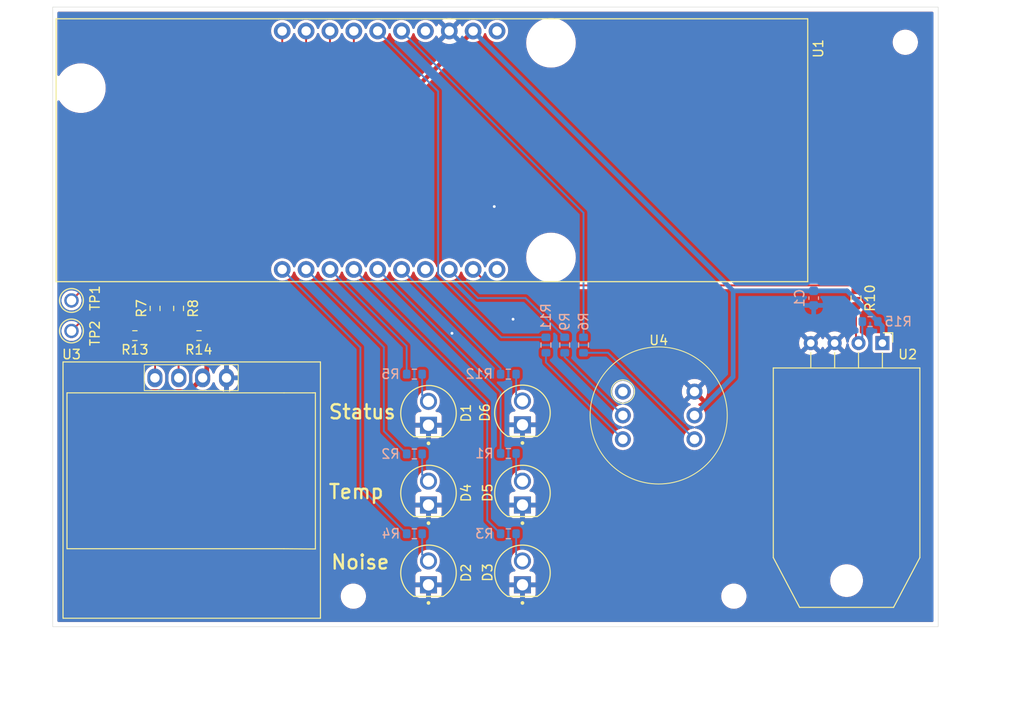
<source format=kicad_pcb>
(kicad_pcb (version 20241229) (generator "pcbnew") (generator_version "9.0")
  (layers (0 "F.Cu" signal) (2 "B.Cu" signal) (13 "F.Paste" user) (15 "B.Paste" user) (5 "F.SilkS" user "F.Silkscreen") (7 "B.SilkS" user "B.Silkscreen") (1 "F.Mask" user) (3 "B.Mask" user) (25 "Edge.Cuts" user))
  (net 0 "")
  (net 1 "+3.3V")
  (net 2 "GND")
  (net 3 "Net-(D1-PadA)")
  (net 4 "Net-(U1-GPIO2)")
  (net 5 "Net-(U1-GPIO3)")
  (net 6 "Net-(U1-GPIO4)")
  (net 7 "Net-(U1-GPIO5)")
  (net 8 "Net-(U2-SDA)")
  (net 9 "Net-(U1-GPIO13)")
  (net 10 "Net-(U3-SDA)")
  (net 11 "Net-(U1-GPIO14)")
  (net 12 "Net-(U3-SCL)")
  (net 13 "Net-(U1-GPIO15)")
  (net 14 "Net-(U1-GPIO16)")
  (net 15 "Net-(U1-GPIO32)")
  (net 16 "Net-(U1-GPIO33)")
  (net 21 "Net-(D4-PadA)")
  (net 22 "Net-(D2-PadA)")
  (net 23 "Net-(D3-PadA)")
  (net 25 "Net-(U1-GPI36)")
  (net 26 "Net-(U1-GPI35)")
  (net 27 "Net-(U4-SCK)")
  (net 28 "Net-(U4-SO)")
  (net 29 "Net-(D5-PadA)")
  (net 30 "Net-(D6-PadA)")
  (net 31 "Net-(U4-SW)")
  (net 32 "Net-(U1-GPIO0)")
  (net 33 "Net-(U1-GPIO1)")
  (footprint "Custom_Parts:5002" (layer "F.Cu") (at 77 81 -90)
    (property "Reference" "TP2" (at 0.25 -2.5 90) (layer "F.SilkS"))
    (property "Value" "5002" (hide yes))
    (fp_circle (center 0 0) (end 1.27 0) (stroke (width 0.127)) (fill no) (layer "F.SilkS"))
    (pad "TP" thru_hole circle (at 0 0 270) (size 1.53 1.53) (drill 1.02) (layers "*.Cu" "*.Mask") (net 6 "Net-(U1-GPIO4)"))
  )
  (footprint "Custom_Parts:Standard_LED_Throughhole" (layer "F.Cu") (at 125 106.77 90)
    (property "Reference" "D3" (at 0.04 -3.708 90) (layer "F.SilkS"))
    (property "Value" "LED" (hide yes))
    (fp_line (start -2.5 -1.566) (end -2.5 1.566) (stroke (width 0.127)) (layer "F.SilkS"))
    (fp_arc (start -2.5 -1.566) (mid 2.961291 0) (end -2.5 1.566) (stroke (width 0.127)) (layer "F.SilkS"))
    (fp_circle (center -3.2 0) (end -3.1 0) (stroke (width 0.2)) (fill no) (layer "F.SilkS"))
    (pad "A" thru_hole circle (at 1.27 0 90) (size 1.815 1.815) (drill 1.21) (layers "*.Cu" "*.Mask") (net 23 "Net-(D3-PadA)"))
    (pad "C" thru_hole rect (at -1.27 0 90) (size 1.815 1.815) (drill 1.21) (layers "*.Cu" "*.Mask") (net 2 "GND"))
  )
  (footprint "Custom_Parts:INMP441" (layer "F.Cu") (at 139.5 90)
    (property "Reference" "U4" (at 0 -8 0) (layer "F.SilkS"))
    (property "Value" "INMP441" (hide yes))
    (fp_circle (center -3.81 -2.54) (end -2.5654 -2.54) (stroke (width 0.1)) (fill no) (layer "F.SilkS"))
    (fp_circle (center 0 0) (end 7.3 0) (stroke (width 0.1)) (fill no) (layer "F.SilkS"))
    (pad "1" thru_hole circle (at -3.81 -2.54) (size 1.7 1.7) (drill 1) (layers "*.Cu" "*.Mask"))
    (pad "2" thru_hole circle (at 3.81 -2.54) (size 1.7 1.7) (drill 1) (layers "*.Cu" "*.Mask") (net 2 "GND"))
    (pad "3" thru_hole circle (at -3.81 0) (size 1.7 1.7) (drill 1) (layers "*.Cu" "*.Mask") (net 31 "Net-(U4-SW)"))
    (pad "4" thru_hole circle (at 3.81 0) (size 1.7 1.7) (drill 1) (layers "*.Cu" "*.Mask") (net 1 "+3.3V"))
    (pad "5" thru_hole circle (at -3.81 2.54) (size 1.7 1.7) (drill 1) (layers "*.Cu" "*.Mask") (net 27 "Net-(U4-SCK)"))
    (pad "6" thru_hole circle (at 3.81 2.54) (size 1.7 1.7) (drill 1) (layers "*.Cu" "*.Mask") (net 28 "Net-(U4-SO)"))
  )
  (footprint "MountingHole:MountingHole_2.2mm_M2" (layer "F.Cu") (at 165.75 50.25)
    (property "Reference" "H3" (hide yes))
    (property "Value" "MountingHole" (hide yes))
    (pad "" np_thru_hole circle (at 0 0) (size 2.2 2.2) (drill 2.2) (layers "*.Cu" "*.Mask"))
  )
  (footprint "Resistor_SMD:R_0603_1608Metric" (layer "F.Cu") (at 90.575 81.5)
    (property "Reference" "R14" (at -0.025 1.5 0) (layer "F.SilkS"))
    (property "Value" "0R" (hide yes))
    (fp_line (start -0.237258 -0.5225) (end 0.237258 -0.5225) (stroke (width 0.12)) (layer "F.SilkS"))
    (fp_line (start -0.237258 0.5225) (end 0.237258 0.5225) (stroke (width 0.12)) (layer "F.SilkS"))
    (pad "1" smd roundrect (at -0.825 0) (size 0.8 0.95) (layers "F.Cu" "F.Mask" "F.Paste") (net 10 "Net-(U3-SDA)"))
    (pad "2" smd roundrect (at 0.825 0) (size 0.8 0.95) (layers "F.Cu" "F.Mask" "F.Paste") (net 1 "+3.3V"))
  )
  (footprint "MountingHole:MountingHole_2.2mm_M2" (layer "F.Cu") (at 147.5 109.25)
    (property "Reference" "H2" (hide yes))
    (property "Value" "MountingHole" (hide yes))
    (pad "" np_thru_hole circle (at 0 0) (size 2.2 2.2) (drill 2.2) (layers "*.Cu" "*.Mask"))
  )
  (footprint "MountingHole:MountingHole_2.2mm_M2" (layer "F.Cu") (at 107 109.25)
    (property "Reference" "H1" (hide yes))
    (property "Value" "MountingHole" (hide yes))
    (pad "" np_thru_hole circle (at 0 0) (size 2.2 2.2) (drill 2.2) (layers "*.Cu" "*.Mask"))
  )
  (footprint "Custom_Parts:5002" (layer "F.Cu") (at 77 77.75 -90)
    (property "Reference" "TP1" (at -0.25 -2.5 90) (layer "F.SilkS"))
    (property "Value" "5002" (hide yes))
    (fp_circle (center 0 0) (end 1.27 0) (stroke (width 0.127)) (fill no) (layer "F.SilkS"))
    (pad "TP" thru_hole circle (at 0 0 270) (size 1.53 1.53) (drill 1.02) (layers "*.Cu" "*.Mask") (net 7 "Net-(U1-GPIO5)"))
  )
  (footprint "Custom_Parts:ESP32-POE" (layer "F.Cu") (at 115.363 61.75 -90)
    (property "Reference" "U1" (at -10.825 -41.135 90) (layer "F.SilkS"))
    (property "Value" "MODULE_ESP32-POE")
    (fp_line (start -14 40) (end 14 40) (stroke (width 0.127)) (layer "F.SilkS"))
    (fp_line (start 14 40) (end 14 -40) (stroke (width 0.127)) (layer "F.SilkS"))
    (fp_line (start -14 -40) (end -14 40) (stroke (width 0.127)) (layer "F.SilkS"))
    (fp_line (start 14 -40) (end -14 -40) (stroke (width 0.127)) (layer "F.SilkS"))
    (pad "" np_thru_hole circle (at -11.44 -12.675 270) (size 2.2 2.2) (drill 2.2) (layers "*.Cu" "*.Mask"))
    (pad "" np_thru_hole circle (at -6.614 37.363 270) (size 2.2 2.2) (drill 2.2) (layers "*.Cu" "*.Mask"))
    (pad "" np_thru_hole circle (at 11.42 -12.675 270) (size 2.2 2.2) (drill 2.2) (layers "*.Cu" "*.Mask"))
    (pad "EXT1_1" thru_hole circle (at -12.7 -6.93 270) (size 1.778 1.778) (drill 1) (layers "*.Cu" "*.Mask"))
    (pad "EXT1_2" thru_hole circle (at -12.7 -4.39 270) (size 1.778 1.778) (drill 1) (layers "*.Cu" "*.Mask") (net 1 "+3.3V"))
    (pad "EXT1_3" thru_hole circle (at -12.7 -1.85 270) (size 1.778 1.778) (drill 1) (layers "*.Cu" "*.Mask") (net 2 "GND"))
    (pad "EXT1_4" thru_hole circle (at -12.7 0.69 270) (size 1.778 1.778) (drill 1) (layers "*.Cu" "*.Mask"))
    (pad "EXT1_5" thru_hole circle (at -12.7 3.23 270) (size 1.778 1.778) (drill 1) (layers "*.Cu" "*.Mask") (net 32 "Net-(U1-GPIO0)"))
    (pad "EXT1_6" thru_hole circle (at -12.7 5.77 270) (size 1.778 1.778) (drill 1) (layers "*.Cu" "*.Mask") (net 33 "Net-(U1-GPIO1)"))
    (pad "EXT1_7" thru_hole circle (at -12.7 8.31 270) (size 1.778 1.778) (drill 1) (layers "*.Cu" "*.Mask") (net 4 "Net-(U1-GPIO2)"))
    (pad "EXT1_8" thru_hole circle (at -12.7 10.85 270) (size 1.778 1.778) (drill 1) (layers "*.Cu" "*.Mask") (net 5 "Net-(U1-GPIO3)"))
    (pad "EXT1_9" thru_hole circle (at -12.7 13.39 270) (size 1.778 1.778) (drill 1) (layers "*.Cu" "*.Mask") (net 6 "Net-(U1-GPIO4)"))
    (pad "EXT1_10" thru_hole circle (at -12.7 15.93 270) (size 1.778 1.778) (drill 1) (layers "*.Cu" "*.Mask") (net 7 "Net-(U1-GPIO5)"))
    (pad "EXT2_1" thru_hole circle (at 12.7 -6.93 270) (size 1.778 1.778) (drill 1) (layers "*.Cu" "*.Mask"))
    (pad "EXT2_2" thru_hole circle (at 12.7 -4.39 270) (size 1.778 1.778) (drill 1) (layers "*.Cu" "*.Mask") (net 25 "Net-(U1-GPI36)"))
    (pad "EXT2_3" thru_hole circle (at 12.7 -1.85 270) (size 1.778 1.778) (drill 1) (layers "*.Cu" "*.Mask") (net 26 "Net-(U1-GPI35)"))
    (pad "EXT2_4" thru_hole circle (at 12.7 0.69 270) (size 1.778 1.778) (drill 1) (layers "*.Cu" "*.Mask"))
    (pad "EXT2_5" thru_hole circle (at 12.7 3.23 270) (size 1.778 1.778) (drill 1) (layers "*.Cu" "*.Mask") (net 16 "Net-(U1-GPIO33)"))
    (pad "EXT2_6" thru_hole circle (at 12.7 5.77 270) (size 1.778 1.778) (drill 1) (layers "*.Cu" "*.Mask") (net 15 "Net-(U1-GPIO32)"))
    (pad "EXT2_7" thru_hole circle (at 12.7 8.31 270) (size 1.778 1.778) (drill 1) (layers "*.Cu" "*.Mask") (net 14 "Net-(U1-GPIO16)"))
    (pad "EXT2_8" thru_hole circle (at 12.7 10.85 270) (size 1.778 1.778) (drill 1) (layers "*.Cu" "*.Mask") (net 13 "Net-(U1-GPIO15)"))
    (pad "EXT2_9" thru_hole circle (at 12.7 13.39 270) (size 1.778 1.778) (drill 1) (layers "*.Cu" "*.Mask") (net 11 "Net-(U1-GPIO14)"))
    (pad "EXT2_10" thru_hole circle (at 12.7 15.93 270) (size 1.778 1.778) (drill 1) (layers "*.Cu" "*.Mask") (net 9 "Net-(U1-GPIO13)"))
    (zone (net 0) (net_name "") (layer "F.Cu") (connect_pads (clearance 0)) (min_thickness 2.65)
      (keepout (tracks not_allowed) (vias not_allowed) (pads not_allowed) (copperpour not_allowed) (footprints allowed))
      (fill (thermal_gap 0.508) (thermal_bridge_width 0.508))
      (polygon (pts (xy 78 57.786) (xy 77.740255 57.77324) (xy 77.483011 57.735081) (xy 77.230746 57.671892) (xy 76.985889 57.584281) (xy 76.750799 57.473091) (xy 76.527739 57.339394) (xy 76.318858 57.184478) (xy 76.126167 57.009833) (xy 75.951522 56.817142) (xy 75.796606 56.608261) (xy 75.662909 56.385201) (xy 75.551719 56.150111) (xy 75.464108 55.905254) (xy 75.400919 55.652989) (xy 75.36276 55.395745) (xy 75.35 55.136) (xy 75.36276 54.876255) (xy 75.400919 54.619011) (xy 75.464108 54.366746) (xy 75.551719 54.121889) (xy 75.662909 53.886799) (xy 75.796606 53.663739) (xy 75.951522 53.454858) (xy 76.126167 53.262167) (xy 76.318858 53.087522) (xy 76.527739 52.932606) (xy 76.750799 52.798909) (xy 76.985889 52.687719) (xy 77.230746 52.600108) (xy 77.483011 52.536919) (xy 77.740255 52.49876) (xy 78 52.486) (xy 78.259745 52.49876) (xy 78.516989 52.536919) (xy 78.769254 52.600108) (xy 79.014111 52.687719) (xy 79.249201 52.798909) (xy 79.472261 52.932606) (xy 79.681142 53.087522) (xy 79.873833 53.262167) (xy 80.048478 53.454858) (xy 80.203394 53.663739) (xy 80.337091 53.886799) (xy 80.448281 54.121889) (xy 80.535892 54.366746) (xy 80.599081 54.619011) (xy 80.63724 54.876255) (xy 80.65 55.136) (xy 80.63724 55.395745) (xy 80.599081 55.652989) (xy 80.535892 55.905254) (xy 80.448281 56.150111) (xy 80.337091 56.385201) (xy 80.203394 56.608261) (xy 80.048478 56.817142) (xy 79.873833 57.009833) (xy 79.681142 57.184478) (xy 79.472261 57.339394) (xy 79.249201 57.473091) (xy 79.014111 57.584281) (xy 78.769254 57.671892) (xy 78.516989 57.735081) (xy 78.259745 57.77324)))
    )
    (zone (net 0) (net_name "") (layer "F.Cu") (connect_pads (clearance 0)) (min_thickness 2.65)
      (keepout (tracks not_allowed) (vias not_allowed) (pads not_allowed) (copperpour not_allowed) (footprints allowed))
      (fill (thermal_gap 0.508) (thermal_bridge_width 0.508))
      (polygon (pts (xy 128.038 52.96) (xy 127.778255 52.94724) (xy 127.521011 52.909081) (xy 127.268746 52.845892) (xy 127.023889 52.758281) (xy 126.788799 52.647091) (xy 126.565739 52.513394) (xy 126.356858 52.358478) (xy 126.164167 52.183833) (xy 125.989522 51.991142) (xy 125.834606 51.782261) (xy 125.700909 51.559201) (xy 125.589719 51.324111) (xy 125.502108 51.079254) (xy 125.438919 50.826989) (xy 125.40076 50.569745) (xy 125.388 50.31) (xy 125.40076 50.050255) (xy 125.438919 49.793011) (xy 125.502108 49.540746) (xy 125.589719 49.295889) (xy 125.700909 49.060799) (xy 125.834606 48.837739) (xy 125.989522 48.628858) (xy 126.164167 48.436167) (xy 126.356858 48.261522) (xy 126.565739 48.106606) (xy 126.788799 47.972909) (xy 127.023889 47.861719) (xy 127.268746 47.774108) (xy 127.521011 47.710919) (xy 127.778255 47.67276) (xy 128.038 47.66) (xy 128.297745 47.67276) (xy 128.554989 47.710919) (xy 128.807254 47.774108) (xy 129.052111 47.861719) (xy 129.287201 47.972909) (xy 129.510261 48.106606) (xy 129.719142 48.261522) (xy 129.911833 48.436167) (xy 130.086478 48.628858) (xy 130.241394 48.837739) (xy 130.375091 49.060799) (xy 130.486281 49.295889) (xy 130.573892 49.540746) (xy 130.637081 49.793011) (xy 130.67524 50.050255) (xy 130.688 50.31) (xy 130.67524 50.569745) (xy 130.637081 50.826989) (xy 130.573892 51.079254) (xy 130.486281 51.324111) (xy 130.375091 51.559201) (xy 130.241394 51.782261) (xy 130.086478 51.991142) (xy 129.911833 52.183833) (xy 129.719142 52.358478) (xy 129.510261 52.513394) (xy 129.287201 52.647091) (xy 129.052111 52.758281) (xy 128.807254 52.845892) (xy 128.554989 52.909081) (xy 128.297745 52.94724)))
    )
    (zone (net 0) (net_name "") (layer "F.Cu") (connect_pads (clearance 0)) (min_thickness 2.65)
      (keepout (tracks not_allowed) (vias not_allowed) (pads not_allowed) (copperpour not_allowed) (footprints allowed))
      (fill (thermal_gap 0.508) (thermal_bridge_width 0.508))
      (polygon (pts (xy 128.038 75.82) (xy 127.778255 75.80724) (xy 127.521011 75.769081) (xy 127.268746 75.705892) (xy 127.023889 75.618281) (xy 126.788799 75.507091) (xy 126.565739 75.373394) (xy 126.356858 75.218478) (xy 126.164167 75.043833) (xy 125.989522 74.851142) (xy 125.834606 74.642261) (xy 125.700909 74.419201) (xy 125.589719 74.184111) (xy 125.502108 73.939254) (xy 125.438919 73.686989) (xy 125.40076 73.429745) (xy 125.388 73.17) (xy 125.40076 72.910255) (xy 125.438919 72.653011) (xy 125.502108 72.400746) (xy 125.589719 72.155889) (xy 125.700909 71.920799) (xy 125.834606 71.697739) (xy 125.989522 71.488858) (xy 126.164167 71.296167) (xy 126.356858 71.121522) (xy 126.565739 70.966606) (xy 126.788799 70.832909) (xy 127.023889 70.721719) (xy 127.268746 70.634108) (xy 127.521011 70.570919) (xy 127.778255 70.53276) (xy 128.038 70.52) (xy 128.297745 70.53276) (xy 128.554989 70.570919) (xy 128.807254 70.634108) (xy 129.052111 70.721719) (xy 129.287201 70.832909) (xy 129.510261 70.966606) (xy 129.719142 71.121522) (xy 129.911833 71.296167) (xy 130.086478 71.488858) (xy 130.241394 71.697739) (xy 130.375091 71.920799) (xy 130.486281 72.155889) (xy 130.573892 72.400746) (xy 130.637081 72.653011) (xy 130.67524 72.910255) (xy 130.688 73.17) (xy 130.67524 73.429745) (xy 130.637081 73.686989) (xy 130.573892 73.939254) (xy 130.486281 74.184111) (xy 130.375091 74.419201) (xy 130.241394 74.642261) (xy 130.086478 74.851142) (xy 129.911833 75.043833) (xy 129.719142 75.218478) (xy 129.510261 75.373394) (xy 129.287201 75.507091) (xy 129.052111 75.618281) (xy 128.807254 75.705892) (xy 128.554989 75.769081) (xy 128.297745 75.80724)))
    )
    (zone (net 0) (net_name "") (layer "B.Cu") (connect_pads (clearance 0)) (min_thickness 2.65)
      (keepout (tracks not_allowed) (vias not_allowed) (pads not_allowed) (copperpour not_allowed) (footprints allowed))
      (fill (thermal_gap 0.508) (thermal_bridge_width 0.508))
      (polygon (pts (xy 78 57.786) (xy 77.740255 57.77324) (xy 77.483011 57.735081) (xy 77.230746 57.671892) (xy 76.985889 57.584281) (xy 76.750799 57.473091) (xy 76.527739 57.339394) (xy 76.318858 57.184478) (xy 76.126167 57.009833) (xy 75.951522 56.817142) (xy 75.796606 56.608261) (xy 75.662909 56.385201) (xy 75.551719 56.150111) (xy 75.464108 55.905254) (xy 75.400919 55.652989) (xy 75.36276 55.395745) (xy 75.35 55.136) (xy 75.36276 54.876255) (xy 75.400919 54.619011) (xy 75.464108 54.366746) (xy 75.551719 54.121889) (xy 75.662909 53.886799) (xy 75.796606 53.663739) (xy 75.951522 53.454858) (xy 76.126167 53.262167) (xy 76.318858 53.087522) (xy 76.527739 52.932606) (xy 76.750799 52.798909) (xy 76.985889 52.687719) (xy 77.230746 52.600108) (xy 77.483011 52.536919) (xy 77.740255 52.49876) (xy 78 52.486) (xy 78.259745 52.49876) (xy 78.516989 52.536919) (xy 78.769254 52.600108) (xy 79.014111 52.687719) (xy 79.249201 52.798909) (xy 79.472261 52.932606) (xy 79.681142 53.087522) (xy 79.873833 53.262167) (xy 80.048478 53.454858) (xy 80.203394 53.663739) (xy 80.337091 53.886799) (xy 80.448281 54.121889) (xy 80.535892 54.366746) (xy 80.599081 54.619011) (xy 80.63724 54.876255) (xy 80.65 55.136) (xy 80.63724 55.395745) (xy 80.599081 55.652989) (xy 80.535892 55.905254) (xy 80.448281 56.150111) (xy 80.337091 56.385201) (xy 80.203394 56.608261) (xy 80.048478 56.817142) (xy 79.873833 57.009833) (xy 79.681142 57.184478) (xy 79.472261 57.339394) (xy 79.249201 57.473091) (xy 79.014111 57.584281) (xy 78.769254 57.671892) (xy 78.516989 57.735081) (xy 78.259745 57.77324)))
    )
    (zone (net 0) (net_name "") (layer "B.Cu") (connect_pads (clearance 0)) (min_thickness 2.65)
      (keepout (tracks not_allowed) (vias not_allowed) (pads not_allowed) (copperpour not_allowed) (footprints allowed))
      (fill (thermal_gap 0.508) (thermal_bridge_width 0.508))
      (polygon (pts (xy 128.038 52.96) (xy 127.778255 52.94724) (xy 127.521011 52.909081) (xy 127.268746 52.845892) (xy 127.023889 52.758281) (xy 126.788799 52.647091) (xy 126.565739 52.513394) (xy 126.356858 52.358478) (xy 126.164167 52.183833) (xy 125.989522 51.991142) (xy 125.834606 51.782261) (xy 125.700909 51.559201) (xy 125.589719 51.324111) (xy 125.502108 51.079254) (xy 125.438919 50.826989) (xy 125.40076 50.569745) (xy 125.388 50.31) (xy 125.40076 50.050255) (xy 125.438919 49.793011) (xy 125.502108 49.540746) (xy 125.589719 49.295889) (xy 125.700909 49.060799) (xy 125.834606 48.837739) (xy 125.989522 48.628858) (xy 126.164167 48.436167) (xy 126.356858 48.261522) (xy 126.565739 48.106606) (xy 126.788799 47.972909) (xy 127.023889 47.861719) (xy 127.268746 47.774108) (xy 127.521011 47.710919) (xy 127.778255 47.67276) (xy 128.038 47.66) (xy 128.297745 47.67276) (xy 128.554989 47.710919) (xy 128.807254 47.774108) (xy 129.052111 47.861719) (xy 129.287201 47.972909) (xy 129.510261 48.106606) (xy 129.719142 48.261522) (xy 129.911833 48.436167) (xy 130.086478 48.628858) (xy 130.241394 48.837739) (xy 130.375091 49.060799) (xy 130.486281 49.295889) (xy 130.573892 49.540746) (xy 130.637081 49.793011) (xy 130.67524 50.050255) (xy 130.688 50.31) (xy 130.67524 50.569745) (xy 130.637081 50.826989) (xy 130.573892 51.079254) (xy 130.486281 51.324111) (xy 130.375091 51.559201) (xy 130.241394 51.782261) (xy 130.086478 51.991142) (xy 129.911833 52.183833) (xy 129.719142 52.358478) (xy 129.510261 52.513394) (xy 129.287201 52.647091) (xy 129.052111 52.758281) (xy 128.807254 52.845892) (xy 128.554989 52.909081) (xy 128.297745 52.94724)))
    )
    (zone (net 0) (net_name "") (layer "B.Cu") (connect_pads (clearance 0)) (min_thickness 2.65)
      (keepout (tracks not_allowed) (vias not_allowed) (pads not_allowed) (copperpour not_allowed) (footprints allowed))
      (fill (thermal_gap 0.508) (thermal_bridge_width 0.508))
      (polygon (pts (xy 128.038 75.82) (xy 127.778255 75.80724) (xy 127.521011 75.769081) (xy 127.268746 75.705892) (xy 127.023889 75.618281) (xy 126.788799 75.507091) (xy 126.565739 75.373394) (xy 126.356858 75.218478) (xy 126.164167 75.043833) (xy 125.989522 74.851142) (xy 125.834606 74.642261) (xy 125.700909 74.419201) (xy 125.589719 74.184111) (xy 125.502108 73.939254) (xy 125.438919 73.686989) (xy 125.40076 73.429745) (xy 125.388 73.17) (xy 125.40076 72.910255) (xy 125.438919 72.653011) (xy 125.502108 72.400746) (xy 125.589719 72.155889) (xy 125.700909 71.920799) (xy 125.834606 71.697739) (xy 125.989522 71.488858) (xy 126.164167 71.296167) (xy 126.356858 71.121522) (xy 126.565739 70.966606) (xy 126.788799 70.832909) (xy 127.023889 70.721719) (xy 127.268746 70.634108) (xy 127.521011 70.570919) (xy 127.778255 70.53276) (xy 128.038 70.52) (xy 128.297745 70.53276) (xy 128.554989 70.570919) (xy 128.807254 70.634108) (xy 129.052111 70.721719) (xy 129.287201 70.832909) (xy 129.510261 70.966606) (xy 129.719142 71.121522) (xy 129.911833 71.296167) (xy 130.086478 71.488858) (xy 130.241394 71.697739) (xy 130.375091 71.920799) (xy 130.486281 72.155889) (xy 130.573892 72.400746) (xy 130.637081 72.653011) (xy 130.67524 72.910255) (xy 130.688 73.17) (xy 130.67524 73.429745) (xy 130.637081 73.686989) (xy 130.573892 73.939254) (xy 130.486281 74.184111) (xy 130.375091 74.419201) (xy 130.241394 74.642261) (xy 130.086478 74.851142) (xy 129.911833 75.043833) (xy 129.719142 75.218478) (xy 129.510261 75.373394) (xy 129.287201 75.507091) (xy 129.052111 75.618281) (xy 128.807254 75.705892) (xy 128.554989 75.769081) (xy 128.297745 75.80724)))
    )
  )
  (footprint "Custom_Parts:Standard_LED_Throughhole" (layer "F.Cu") (at 115 89.77 90)
    (property "Reference" "D1" (at 0.02 4 90) (layer "F.SilkS"))
    (property "Value" "LED" (hide yes))
    (fp_line (start -2.5 -1.566) (end -2.5 1.566) (stroke (width 0.127)) (layer "F.SilkS"))
    (fp_arc (start -2.5 -1.566) (mid 2.961291 0) (end -2.5 1.566) (stroke (width 0.127)) (layer "F.SilkS"))
    (fp_circle (center -3.2 0) (end -3.1 0) (stroke (width 0.2)) (fill no) (layer "F.SilkS"))
    (pad "A" thru_hole circle (at 1.27 0 90) (size 1.815 1.815) (drill 1.21) (layers "*.Cu" "*.Mask") (net 3 "Net-(D1-PadA)"))
    (pad "C" thru_hole rect (at -1.27 0 90) (size 1.815 1.815) (drill 1.21) (layers "*.Cu" "*.Mask") (net 2 "GND"))
  )
  (footprint "Custom_Parts:Standard_LED_Throughhole" (layer "F.Cu") (at 125 98.27 90)
    (property "Reference" "D5" (at 0.04 -3.708 90) (layer "F.SilkS"))
    (property "Value" "LED" (hide yes))
    (fp_line (start -2.5 -1.566) (end -2.5 1.566) (stroke (width 0.127)) (layer "F.SilkS"))
    (fp_arc (start -2.5 -1.566) (mid 2.961291 0) (end -2.5 1.566) (stroke (width 0.127)) (layer "F.SilkS"))
    (fp_circle (center -3.2 0) (end -3.1 0) (stroke (width 0.2)) (fill no) (layer "F.SilkS"))
    (pad "A" thru_hole circle (at 1.27 0 90) (size 1.815 1.815) (drill 1.21) (layers "*.Cu" "*.Mask") (net 29 "Net-(D5-PadA)"))
    (pad "C" thru_hole rect (at -1.27 0 90) (size 1.815 1.815) (drill 1.21) (layers "*.Cu" "*.Mask") (net 2 "GND"))
  )
  (footprint "Sensor:ASAIR_AM2302_P2.54mm_Lead2.75mm_TabDown" (layer "F.Cu") (at 163.31 82.2925 -90)
    (property "Reference" "U2" (at 1.2075 -2.69 0) (layer "F.SilkS"))
    (property "Value" "AM2302" (hide yes))
    (fp_line (start 2.65 11.61) (end 2.65 -3.99) (stroke (width 0.12)) (layer "F.SilkS"))
    (fp_line (start 22.85 11.61) (end 2.65 11.61) (stroke (width 0.12)) (layer "F.SilkS"))
    (fp_line (start 28.15 8.81) (end 22.85 11.61) (stroke (width 0.12)) (layer "F.SilkS"))
    (fp_line (start 1.01 7.62) (end 2.65 7.62) (stroke (width 0.12)) (layer "F.SilkS"))
    (fp_line (start 1.01 5.08) (end 2.65 5.08) (stroke (width 0.12)) (layer "F.SilkS"))
    (fp_line (start 1.01 2.54) (end 2.65 2.54) (stroke (width 0.12)) (layer "F.SilkS"))
    (fp_line (start 1.01 0) (end 2.65 0) (stroke (width 0.12)) (layer "F.SilkS"))
    (fp_line (start -1.1 -0.1) (end -1.1 -1.1) (stroke (width 0.12)) (layer "F.SilkS"))
    (fp_line (start -1.1 -1.1) (end -0.1 -1.1) (stroke (width 0.12)) (layer "F.SilkS"))
    (fp_line (start 28.15 -1.19) (end 28.15 8.81) (stroke (width 0.12)) (layer "F.SilkS"))
    (fp_line (start 2.65 -3.99) (end 22.85 -3.99) (stroke (width 0.12)) (layer "F.SilkS"))
    (fp_line (start 22.85 -3.99) (end 28.15 -1.19) (stroke (width 0.12)) (layer "F.SilkS"))
    (pad "" np_thru_hole circle (at 25.3 3.81 270) (size 3 3) (drill 3) (layers "*.Cu" "*.Mask"))
    (pad "1" thru_hole rect (at 0 0 270) (size 1.5 1.5) (drill 0.8) (layers "*.Cu" "*.Mask") (net 1 "+3.3V"))
    (pad "2" thru_hole circle (at 0 2.54 270) (size 1.5 1.5) (drill 0.8) (layers "*.Cu" "*.Mask") (net 8 "Net-(U2-SDA)"))
    (pad "3" thru_hole circle (at 0 5.08 270) (size 1.5 1.5) (drill 0.8) (layers "*.Cu" "*.Mask") (net 2 "GND"))
    (pad "4" thru_hole circle (at 0 7.62 270) (size 1.5 1.5) (drill 0.8) (layers "*.Cu" "*.Mask") (net 2 "GND"))
  )
  (footprint "Resistor_SMD:R_0603_1608Metric" (layer "F.Cu") (at 83.75 81.5 180)
    (property "Reference" "R13" (at 0 -1.5 0) (layer "F.SilkS"))
    (property "Value" "0R" (hide yes))
    (fp_line (start -0.237258 0.5225) (end 0.237258 0.5225) (stroke (width 0.12)) (layer "F.SilkS"))
    (fp_line (start -0.237258 -0.5225) (end 0.237258 -0.5225) (stroke (width 0.12)) (layer "F.SilkS"))
    (pad "1" smd roundrect (at -0.825 0 180) (size 0.8 0.95) (layers "F.Cu" "F.Mask" "F.Paste") (net 12 "Net-(U3-SCL)"))
    (pad "2" smd roundrect (at 0.825 0 180) (size 0.8 0.95) (layers "F.Cu" "F.Mask" "F.Paste") (net 1 "+3.3V"))
  )
  (footprint "Custom_Parts:SSD1306" (layer "F.Cu") (at 89.5 96.6)
    (property "Reference" "U3" (at -12.5 -13.1 0) (layer "F.SilkS"))
    (property "Value" "SSD1306" (hide yes))
    (fp_line (start -13.4 -12.3) (end 14 -12.3) (stroke (width 0.12)) (layer "F.SilkS"))
    (fp_line (start -13.4 15) (end -13.4 -12.3) (stroke (width 0.12)) (layer "F.SilkS"))
    (fp_line (start -12.978 -9.005) (end 10.122 -9.005) (stroke (width 0.12)) (layer "F.SilkS"))
    (fp_line (start -12.978 7.595) (end -12.978 -9.005) (stroke (width 0.12)) (layer "F.SilkS"))
    (fp_line (start 10.122 -9.005) (end 13.208 -9.005) (stroke (width 0.12)) (layer "F.SilkS"))
    (fp_line (start 10.122 7.595) (end -12.978 7.595) (stroke (width 0.12)) (layer "F.SilkS"))
    (fp_line (start 10.122 7.595) (end 13.462 7.62) (stroke (width 0.12)) (layer "F.SilkS"))
    (fp_line (start 13.462 -9.017) (end 13.208 -9.005) (stroke (width 0.12)) (layer "F.SilkS"))
    (fp_line (start 13.462 7.62) (end 13.462 -9.017) (stroke (width 0.12)) (layer "F.SilkS"))
    (fp_line (start 14 -12.3) (end 14 15) (stroke (width 0.12)) (layer "F.SilkS"))
    (fp_line (start 14 15) (end -13.4 15) (stroke (width 0.12)) (layer "F.SilkS"))
    (fp_rect (start -4.75 -12) (end 5.25 -9.25) (stroke (width 0.1)) (fill no) (layer "F.SilkS"))
    (pad "1" thru_hole oval (at -3.62 -10.6 90) (size 2 1.6) (drill 1) (layers "*.Cu" "*.Mask") (net 12 "Net-(U3-SCL)"))
    (pad "2" thru_hole oval (at -1.08 -10.6 90) (size 2 1.6) (drill 1) (layers "*.Cu" "*.Mask") (net 10 "Net-(U3-SDA)"))
    (pad "3" thru_hole oval (at 1.46 -10.6 90) (size 2 1.6) (drill 1) (layers "*.Cu" "*.Mask") (net 1 "+3.3V"))
    (pad "4" thru_hole oval (at 4 -10.6 90) (size 2 1.6) (drill 1) (layers "*.Cu" "*.Mask") (net 2 "GND"))
  )
  (footprint "Custom_Parts:Standard_LED_Throughhole" (layer "F.Cu") (at 115 106.77 90)
    (property "Reference" "D2" (at 0 4 90) (layer "F.SilkS"))
    (property "Value" "LED" (hide yes))
    (fp_line (start -2.5 -1.566) (end -2.5 1.566) (stroke (width 0.127)) (layer "F.SilkS"))
    (fp_arc (start -2.5 -1.566) (mid 2.961291 0) (end -2.5 1.566) (stroke (width 0.127)) (layer "F.SilkS"))
    (fp_circle (center -3.2 0) (end -3.1 0) (stroke (width 0.2)) (fill no) (layer "F.SilkS"))
    (pad "A" thru_hole circle (at 1.27 0 90) (size 1.815 1.815) (drill 1.21) (layers "*.Cu" "*.Mask") (net 22 "Net-(D2-PadA)"))
    (pad "C" thru_hole rect (at -1.27 0 90) (size 1.815 1.815) (drill 1.21) (layers "*.Cu" "*.Mask") (net 2 "GND"))
  )
  (footprint "Custom_Parts:Standard_LED_Throughhole" (layer "F.Cu") (at 115 98.27 90)
    (property "Reference" "D4" (at 0.02 4 90) (layer "F.SilkS"))
    (property "Value" "LED" (hide yes))
    (fp_line (start -2.5 -1.566) (end -2.5 1.566) (stroke (width 0.127)) (layer "F.SilkS"))
    (fp_arc (start -2.5 -1.566) (mid 2.961291 0) (end -2.5 1.566) (stroke (width 0.127)) (layer "F.SilkS"))
    (fp_circle (center -3.2 0) (end -3.1 0) (stroke (width 0.2)) (fill no) (layer "F.SilkS"))
    (pad "A" thru_hole circle (at 1.27 0 90) (size 1.815 1.815) (drill 1.21) (layers "*.Cu" "*.Mask") (net 21 "Net-(D4-PadA)"))
    (pad "C" thru_hole rect (at -1.27 0 90) (size 1.815 1.815) (drill 1.21) (layers "*.Cu" "*.Mask") (net 2 "GND"))
  )
  (footprint "Resistor_SMD:R_0603_1608Metric" (layer "F.Cu") (at 85.9 78.6 90)
    (property "Reference" "R7" (at 0 -1.45 270) (layer "F.SilkS"))
    (property "Value" "0R" (hide yes))
    (fp_line (start -0.237258 -0.5225) (end 0.237258 -0.5225) (stroke (width 0.12)) (layer "F.SilkS"))
    (fp_line (start -0.237258 0.5225) (end 0.237258 0.5225) (stroke (width 0.12)) (layer "F.SilkS"))
    (pad "1" smd roundrect (at -0.825 0 90) (size 0.8 0.95) (layers "F.Cu" "F.Mask" "F.Paste") (net 12 "Net-(U3-SCL)"))
    (pad "2" smd roundrect (at 0.825 0 90) (size 0.8 0.95) (layers "F.Cu" "F.Mask" "F.Paste") (net 5 "Net-(U1-GPIO3)"))
  )
  (footprint "Resistor_SMD:R_0603_1608Metric" (layer "F.Cu") (at 160.5 77.5 -90)
    (property "Reference" "R10" (at 0 -1.5 270) (layer "F.SilkS"))
    (property "Value" "0R" (hide yes))
    (fp_line (start -0.237258 0.5225) (end 0.237258 0.5225) (stroke (width 0.12)) (layer "F.SilkS"))
    (fp_line (start -0.237258 -0.5225) (end 0.237258 -0.5225) (stroke (width 0.12)) (layer "F.SilkS"))
    (pad "1" smd roundrect (at -0.825 0 270) (size 0.8 0.95) (layers "F.Cu" "F.Mask" "F.Paste") (net 25 "Net-(U1-GPI36)"))
    (pad "2" smd roundrect (at 0.825 0 270) (size 0.8 0.95) (layers "F.Cu" "F.Mask" "F.Paste") (net 8 "Net-(U2-SDA)"))
  )
  (footprint "Resistor_SMD:R_0603_1608Metric" (layer "F.Cu") (at 88.4 78.6 90)
    (property "Reference" "R8" (at 0 1.55 90) (layer "F.SilkS"))
    (property "Value" "0R" (hide yes))
    (fp_line (start -0.237258 -0.5225) (end 0.237258 -0.5225) (stroke (width 0.12)) (layer "F.SilkS"))
    (fp_line (start -0.237258 0.5225) (end 0.237258 0.5225) (stroke (width 0.12)) (layer "F.SilkS"))
    (pad "1" smd roundrect (at -0.825 0 90) (size 0.8 0.95) (layers "F.Cu" "F.Mask" "F.Paste") (net 10 "Net-(U3-SDA)"))
    (pad "2" smd roundrect (at 0.825 0 90) (size 0.8 0.95) (layers "F.Cu" "F.Mask" "F.Paste") (net 4 "Net-(U1-GPIO2)"))
  )
  (footprint "Custom_Parts:Standard_LED_Throughhole" (layer "F.Cu") (at 125 89.73 90)
    (property "Reference" "D6" (at 0.04 -4 90) (layer "F.SilkS"))
    (property "Value" "LED" (hide yes))
    (fp_line (start -2.5 -1.566) (end -2.5 1.566) (stroke (width 0.127)) (layer "F.SilkS"))
    (fp_arc (start -2.5 -1.566) (mid 2.961291 0) (end -2.5 1.566) (stroke (width 0.127)) (layer "F.SilkS"))
    (fp_circle (center -3.2 0) (end -3.1 0) (stroke (width 0.2)) (fill no) (layer "F.SilkS"))
    (pad "A" thru_hole circle (at 1.27 0 90) (size 1.815 1.815) (drill 1.21) (layers "*.Cu" "*.Mask") (net 30 "Net-(D6-PadA)"))
    (pad "C" thru_hole rect (at -1.27 0 90) (size 1.815 1.815) (drill 1.21) (layers "*.Cu" "*.Mask") (net 2 "GND"))
  )
  (footprint "Capacitor_SMD:C_0603_1608Metric" (layer "B.Cu") (at 156 77.5 90)
    (property "Reference" "C1" (at 0 -1.5 90) (layer "B.SilkS") (effects (justify mirror)))
    (property "Value" "0.1µF" (hide yes))
    (fp_line (start -0.14058 -0.51) (end 0.14058 -0.51) (stroke (width 0.12)) (layer "B.SilkS"))
    (fp_line (start -0.14058 0.51) (end 0.14058 0.51) (stroke (width 0.12)) (layer "B.SilkS"))
    (pad "1" smd roundrect (at -0.775 0 90) (size 0.9 0.95) (layers "B.Cu" "B.Mask" "B.Paste") (net 2 "GND"))
    (pad "2" smd roundrect (at 0.775 0 90) (size 0.9 0.95) (layers "B.Cu" "B.Mask" "B.Paste") (net 1 "+3.3V"))
  )
  (footprint "Resistor_SMD:R_0603_1608Metric" (layer "B.Cu") (at 123.5 94.05)
    (property "Reference" "R1" (at -2.55 0 0) (layer "B.SilkS") (effects (justify mirror)))
    (property "Value" "68R" (hide yes))
    (fp_line (start -0.237258 -0.5225) (end 0.237258 -0.5225) (stroke (width 0.12)) (layer "B.SilkS"))
    (fp_line (start -0.237258 0.5225) (end 0.237258 0.5225) (stroke (width 0.12)) (layer "B.SilkS"))
    (pad "1" smd roundrect (at -0.825 0) (size 0.8 0.95) (layers "B.Cu" "B.Mask" "B.Paste") (net 15 "Net-(U1-GPIO32)"))
    (pad "2" smd roundrect (at 0.825 0) (size 0.8 0.95) (layers "B.Cu" "B.Mask" "B.Paste") (net 29 "Net-(D5-PadA)"))
  )
  (footprint "Resistor_SMD:R_0603_1608Metric" (layer "B.Cu") (at 123.5 102.6 180)
    (property "Reference" "R3" (at 2.55 0 0) (layer "B.SilkS") (effects (justify mirror)))
    (property "Value" "68R" (hide yes))
    (fp_line (start -0.237258 0.5225) (end 0.237258 0.5225) (stroke (width 0.12)) (layer "B.SilkS"))
    (fp_line (start -0.237258 -0.5225) (end 0.237258 -0.5225) (stroke (width 0.12)) (layer "B.SilkS"))
    (pad "1" smd roundrect (at -0.825 0 180) (size 0.8 0.95) (layers "B.Cu" "B.Mask" "B.Paste") (net 23 "Net-(D3-PadA)"))
    (pad "2" smd roundrect (at 0.825 0 180) (size 0.8 0.95) (layers "B.Cu" "B.Mask" "B.Paste") (net 14 "Net-(U1-GPIO16)"))
  )
  (footprint "Resistor_SMD:R_0603_1608Metric" (layer "B.Cu") (at 131.5 82.5 90)
    (property "Reference" "R6" (at 2.5 0 270) (layer "B.SilkS") (effects (justify mirror)))
    (property "Value" "0R" (hide yes))
    (fp_line (start -0.237258 -0.5225) (end 0.237258 -0.5225) (stroke (width 0.12)) (layer "B.SilkS"))
    (fp_line (start -0.237258 0.5225) (end 0.237258 0.5225) (stroke (width 0.12)) (layer "B.SilkS"))
    (pad "1" smd roundrect (at -0.825 0 90) (size 0.8 0.95) (layers "B.Cu" "B.Mask" "B.Paste") (net 28 "Net-(U4-SO)"))
    (pad "2" smd roundrect (at 0.825 0 90) (size 0.8 0.95) (layers "B.Cu" "B.Mask" "B.Paste") (net 32 "Net-(U1-GPIO0)"))
  )
  (footprint "Resistor_SMD:R_0603_1608Metric" (layer "B.Cu") (at 127.5 82.5 90)
    (property "Reference" "R11" (at 3 0 270) (layer "B.SilkS") (effects (justify mirror)))
    (property "Value" "0R" (hide yes))
    (fp_line (start -0.237258 -0.5225) (end 0.237258 -0.5225) (stroke (width 0.12)) (layer "B.SilkS"))
    (fp_line (start -0.237258 0.5225) (end 0.237258 0.5225) (stroke (width 0.12)) (layer "B.SilkS"))
    (pad "1" smd roundrect (at -0.825 0 90) (size 0.8 0.95) (layers "B.Cu" "B.Mask" "B.Paste") (net 27 "Net-(U4-SCK)"))
    (pad "2" smd roundrect (at 0.825 0 90) (size 0.8 0.95) (layers "B.Cu" "B.Mask" "B.Paste") (net 33 "Net-(U1-GPIO1)"))
  )
  (footprint "Resistor_SMD:R_0603_1608Metric" (layer "B.Cu") (at 113.5 102.6 180)
    (property "Reference" "R4" (at 2.5 0 0) (layer "B.SilkS") (effects (justify mirror)))
    (property "Value" "68R" (hide yes))
    (fp_line (start -0.237258 0.5225) (end 0.237258 0.5225) (stroke (width 0.12)) (layer "B.SilkS"))
    (fp_line (start -0.237258 -0.5225) (end 0.237258 -0.5225) (stroke (width 0.12)) (layer "B.SilkS"))
    (pad "1" smd roundrect (at -0.825 0 180) (size 0.8 0.95) (layers "B.Cu" "B.Mask" "B.Paste") (net 22 "Net-(D2-PadA)"))
    (pad "2" smd roundrect (at 0.825 0 180) (size 0.8 0.95) (layers "B.Cu" "B.Mask" "B.Paste") (net 9 "Net-(U1-GPIO13)"))
  )
  (footprint "Resistor_SMD:R_0603_1608Metric" (layer "B.Cu") (at 113.5 85.6 180)
    (property "Reference" "R5" (at 2.55 0 0) (layer "B.SilkS") (effects (justify mirror)))
    (property "Value" "68R" (hide yes))
    (fp_line (start -0.237258 0.5225) (end 0.237258 0.5225) (stroke (width 0.12)) (layer "B.SilkS"))
    (fp_line (start -0.237258 -0.5225) (end 0.237258 -0.5225) (stroke (width 0.12)) (layer "B.SilkS"))
    (pad "1" smd roundrect (at -0.825 0 180) (size 0.8 0.95) (layers "B.Cu" "B.Mask" "B.Paste") (net 3 "Net-(D1-PadA)"))
    (pad "2" smd roundrect (at 0.825 0 180) (size 0.8 0.95) (layers "B.Cu" "B.Mask" "B.Paste") (net 13 "Net-(U1-GPIO15)"))
  )
  (footprint "Resistor_SMD:R_0603_1608Metric" (layer "B.Cu") (at 162 80)
    (property "Reference" "R15" (at 3 0 0) (layer "B.SilkS") (effects (justify mirror)))
    (property "Value" "10K" (hide yes))
    (fp_line (start -0.237258 -0.5225) (end 0.237258 -0.5225) (stroke (width 0.12)) (layer "B.SilkS"))
    (fp_line (start -0.237258 0.5225) (end 0.237258 0.5225) (stroke (width 0.12)) (layer "B.SilkS"))
    (pad "1" smd roundrect (at -0.825 0) (size 0.8 0.95) (layers "B.Cu" "B.Mask" "B.Paste") (net 8 "Net-(U2-SDA)"))
    (pad "2" smd roundrect (at 0.825 0) (size 0.8 0.95) (layers "B.Cu" "B.Mask" "B.Paste") (net 1 "+3.3V"))
  )
  (footprint "Resistor_SMD:R_0603_1608Metric" (layer "B.Cu") (at 113.5 94.1 180)
    (property "Reference" "R2" (at 2.55 0 0) (layer "B.SilkS") (effects (justify mirror)))
    (property "Value" "68R" (hide yes))
    (fp_line (start -0.237258 0.5225) (end 0.237258 0.5225) (stroke (width 0.12)) (layer "B.SilkS"))
    (fp_line (start -0.237258 -0.5225) (end 0.237258 -0.5225) (stroke (width 0.12)) (layer "B.SilkS"))
    (pad "1" smd roundrect (at -0.825 0 180) (size 0.8 0.95) (layers "B.Cu" "B.Mask" "B.Paste") (net 21 "Net-(D4-PadA)"))
    (pad "2" smd roundrect (at 0.825 0 180) (size 0.8 0.95) (layers "B.Cu" "B.Mask" "B.Paste") (net 11 "Net-(U1-GPIO14)"))
  )
  (footprint "Resistor_SMD:R_0603_1608Metric" (layer "B.Cu") (at 129.5 82.5 -90)
    (property "Reference" "R9" (at -2.5 0 90) (layer "B.SilkS") (effects (justify mirror)))
    (property "Value" "0R" (hide yes))
    (fp_line (start -0.237258 0.5225) (end 0.237258 0.5225) (stroke (width 0.12)) (layer "B.SilkS"))
    (fp_line (start -0.237258 -0.5225) (end 0.237258 -0.5225) (stroke (width 0.12)) (layer "B.SilkS"))
    (pad "1" smd roundrect (at -0.825 0 270) (size 0.8 0.95) (layers "B.Cu" "B.Mask" "B.Paste") (net 26 "Net-(U1-GPI35)"))
    (pad "2" smd roundrect (at 0.825 0 270) (size 0.8 0.95) (layers "B.Cu" "B.Mask" "B.Paste") (net 31 "Net-(U4-SW)"))
  )
  (footprint "Resistor_SMD:R_0603_1608Metric" (layer "B.Cu") (at 123.5 85.6)
    (property "Reference" "R12" (at -3.1 -0.025 0) (layer "B.SilkS") (effects (justify mirror)))
    (property "Value" "68R" (hide yes))
    (fp_line (start -0.237258 -0.5225) (end 0.237258 -0.5225) (stroke (width 0.12)) (layer "B.SilkS"))
    (fp_line (start -0.237258 0.5225) (end 0.237258 0.5225) (stroke (width 0.12)) (layer "B.SilkS"))
    (pad "1" smd roundrect (at -0.825 0) (size 0.8 0.95) (layers "B.Cu" "B.Mask" "B.Paste") (net 16 "Net-(U1-GPIO33)"))
    (pad "2" smd roundrect (at 0.825 0) (size 0.8 0.95) (layers "B.Cu" "B.Mask" "B.Paste") (net 30 "Net-(D6-PadA)"))
  )
  (gr_rect (start 75 46.5) (end 169.25 112.5) (stroke (width 0.05)) (fill no) (layer "Edge.Cuts"))
  (gr_text "Noise\n" (at 104.5 106.5 0) (layer "F.SilkS") (effects (font (size 1.5 1.5) (thickness 0.25)) (justify left bottom)))
  (gr_text "Temp\n" (at 104.25 99 0) (layer "F.SilkS") (effects (font (size 1.5 1.5) (thickness 0.25)) (justify left bottom)))
  (gr_text "Status\n" (at 104.25 90.5 0) (layer "F.SilkS") (effects (font (size 1.5 1.5) (thickness 0.25)) (justify left bottom)))
  (segment (start 119.753 49.05) (end 91.4 77.403) (width 0.5) (layer "F.Cu") (net 1))
  (segment (start 82.925 85.675) (end 82.925 81.5) (width 0.5) (layer "F.Cu") (net 1))
  (segment (start 83 81.575) (end 82.925 81.5) (width 0.5) (layer "F.Cu") (net 1))
  (segment (start 91.4 81.5) (end 91.4 85.56) (width 0.5) (layer "F.Cu") (net 1))
  (segment (start 91.4 85.56) (end 90.96 86) (width 0.5) (layer "F.Cu") (net 1))
  (segment (start 91.4 77.403) (end 91.4 81.5) (width 0.5) (layer "F.Cu") (net 1))
  (segment (start 90.96 86) (end 89.509 87.451) (width 0.5) (layer "F.Cu") (net 1))
  (segment (start 89.509 87.451) (end 84.701 87.451) (width 0.5) (layer "F.Cu") (net 1))
  (segment (start 84.701 87.451) (end 82.925 85.675) (width 0.5) (layer "F.Cu") (net 1))
  (segment (start 147.428 85.882) (end 143.31 90) (width 0.5) (layer "B.Cu") (net 1))
  (segment (start 163.31 82.2925) (end 163.31 80.485) (width 0.5) (layer "B.Cu") (net 1))
  (segment (start 147.428 76.725) (end 156 76.725) (width 0.5) (layer "B.Cu") (net 1))
  (segment (start 163.31 80.485) (end 162.825 80) (width 0.5) (layer "B.Cu") (net 1))
  (segment (start 156 76.725) (end 159.55 76.725) (width 0.5) (layer "B.Cu") (net 1))
  (segment (start 159.55 76.725) (end 162.825 80) (width 0.5) (layer "B.Cu") (net 1))
  (segment (start 119.753 49.05) (end 147.428 76.725) (width 0.5) (layer "B.Cu") (net 1))
  (segment (start 147.428 76.725) (end 147.428 85.882) (width 0.5) (layer "B.Cu") (net 1))
  (via (at 124 79.75) (size 0.6) (drill 0.3) (layers "F.Cu" "B.Cu") (net 2))
  (via (at 122 67.75) (size 0.6) (drill 0.3) (layers "F.Cu" "B.Cu") (net 2))
  (via (at 117.5 81.25) (size 0.6) (drill 0.3) (layers "F.Cu" "B.Cu") (net 2))
  (segment (start 114.325 87.825) (end 115 88.5) (width 0.2) (layer "B.Cu") (net 3))
  (segment (start 114.325 85.6) (end 114.325 87.825) (width 0.2) (layer "B.Cu") (net 3))
  (segment (start 107.053 49.05) (end 107.053 59.122) (width 0.2) (layer "F.Cu") (net 4))
  (segment (start 107.053 59.122) (end 88.4 77.775) (width 0.2) (layer "F.Cu") (net 4))
  (segment (start 104.513 49.05) (end 104.513 59.162) (width 0.2) (layer "F.Cu") (net 5))
  (segment (start 104.513 59.162) (end 85.9 77.775) (width 0.2) (layer "F.Cu") (net 5))
  (segment (start 101.973 56.027) (end 77 81) (width 0.2) (layer "F.Cu") (net 6))
  (segment (start 101.973 49.05) (end 101.973 56.027) (width 0.2) (layer "F.Cu") (net 6))
  (segment (start 99.433 55.317) (end 77 77.75) (width 0.2) (layer "F.Cu") (net 7))
  (segment (start 99.433 49.05) (end 99.433 55.317) (width 0.2) (layer "F.Cu") (net 7))
  (segment (start 160.5 78.325) (end 160.5 82.0225) (width 0.2) (layer "F.Cu") (net 8))
  (segment (start 160.5 82.0225) (end 160.77 82.2925) (width 0.2) (layer "F.Cu") (net 8))
  (segment (start 161.175 80) (end 161.175 81.8875) (width 0.2) (layer "B.Cu") (net 8))
  (segment (start 161.175 81.8875) (end 160.77 82.2925) (width 0.2) (layer "B.Cu") (net 8))
  (segment (start 107.75 82.767) (end 107.75 97.675) (width 0.2) (layer "B.Cu") (net 9))
  (segment (start 99.433 74.45) (end 107.75 82.767) (width 0.2) (layer "B.Cu") (net 9))
  (segment (start 107.75 97.675) (end 112.675 102.6) (width 0.2) (layer "B.Cu") (net 9))
  (segment (start 89.75 81.5) (end 88.4 81.5) (width 0.2) (layer "F.Cu") (net 10))
  (segment (start 88.4 79.425) (end 88.4 81.5) (width 0.2) (layer "F.Cu") (net 10))
  (segment (start 88.4 85.98) (end 88.42 86) (width 0.2) (layer "F.Cu") (net 10))
  (segment (start 88.4 81.5) (end 88.4 85.98) (width 0.2) (layer "F.Cu") (net 10))
  (segment (start 110.25 91.675) (end 112.675 94.1) (width 0.2) (layer "B.Cu") (net 11))
  (segment (start 110.25 82.727) (end 110.25 91.675) (width 0.2) (layer "B.Cu") (net 11))
  (segment (start 101.973 74.45) (end 110.25 82.727) (width 0.2) (layer "B.Cu") (net 11))
  (segment (start 85.9 79.425) (end 85.9 81.55) (width 0.2) (layer "F.Cu") (net 12))
  (segment (start 85.85 81.5) (end 85.9 81.55) (width 0.2) (layer "F.Cu") (net 12))
  (segment (start 85.9 85.98) (end 85.88 86) (width 0.2) (layer "F.Cu") (net 12))
  (segment (start 85.9 81.55) (end 85.9 85.98) (width 0.2) (layer "F.Cu") (net 12))
  (segment (start 84.575 81.5) (end 85.85 81.5) (width 0.2) (layer "F.Cu") (net 12))
  (segment (start 104.513 74.45) (end 112.675 82.612) (width 0.2) (layer "B.Cu") (net 13))
  (segment (start 112.675 82.612) (end 112.675 85.6) (width 0.2) (layer "B.Cu") (net 13))
  (segment (start 107.053 74.45) (end 121.25 88.647) (width 0.2) (layer "B.Cu") (net 14))
  (segment (start 121.25 101.175) (end 122.675 102.6) (width 0.2) (layer "B.Cu") (net 14))
  (segment (start 121.25 88.647) (end 121.25 101.175) (width 0.2) (layer "B.Cu") (net 14))
  (segment (start 109.593 74.45) (end 122.675 87.532) (width 0.2) (layer "B.Cu") (net 15))
  (segment (start 122.675 87.532) (end 122.675 94.05) (width 0.2) (layer "B.Cu") (net 15))
  (segment (start 122.675 84.992) (end 122.675 85.6) (width 0.2) (layer "B.Cu") (net 16))
  (segment (start 112.133 74.45) (end 122.675 84.992) (width 0.2) (layer "B.Cu") (net 16))
  (segment (start 114.325 94.1) (end 114.325 96.325) (width 0.2) (layer "B.Cu") (net 21))
  (segment (start 114.325 96.325) (end 115 97) (width 0.2) (layer "B.Cu") (net 21))
  (segment (start 114.325 104.825) (end 115 105.5) (width 0.2) (layer "B.Cu") (net 22))
  (segment (start 114.325 102.6) (end 114.325 104.825) (width 0.2) (layer "B.Cu") (net 22))
  (segment (start 124.325 104.825) (end 125 105.5) (width 0.2) (layer "B.Cu") (net 23))
  (segment (start 124.325 102.6) (end 124.325 104.825) (width 0.2) (layer "B.Cu") (net 23))
  (segment (start 121.452 76.149) (end 159.974 76.149) (width 0.2) (layer "F.Cu") (net 25))
  (segment (start 159.974 76.149) (end 160.5 76.675) (width 0.2) (layer "F.Cu") (net 25))
  (segment (start 119.753 74.45) (end 121.452 76.149) (width 0.2) (layer "F.Cu") (net 25))
  (segment (start 125.325 77.5) (end 129.5 81.675) (width 0.2) (layer "B.Cu") (net 26))
  (segment (start 117.213 74.45) (end 120.263 77.5) (width 0.2) (layer "B.Cu") (net 26))
  (segment (start 120.263 77.5) (end 125.325 77.5) (width 0.2) (layer "B.Cu") (net 26))
  (segment (start 127.5 83.325) (end 127.5 84.35) (width 0.2) (layer "B.Cu") (net 27))
  (segment (start 127.5 84.35) (end 135.69 92.54) (width 0.2) (layer "B.Cu") (net 27))
  (segment (start 131.5 83.325) (end 134.095 83.325) (width 0.2) (layer "B.Cu") (net 28))
  (segment (start 134.095 83.325) (end 143.31 92.54) (width 0.2) (layer "B.Cu") (net 28))
  (segment (start 124.325 96.325) (end 125 97) (width 0.2) (layer "B.Cu") (net 29))
  (segment (start 124.325 94.05) (end 124.325 96.325) (width 0.2) (layer "B.Cu") (net 29))
  (segment (start 124.325 85.6) (end 124.325 87.785) (width 0.2) (layer "B.Cu") (net 30))
  (segment (start 124.325 87.785) (end 125 88.46) (width 0.2) (layer "B.Cu") (net 30))
  (segment (start 129.5 83.81) (end 135.69 90) (width 0.2) (layer "B.Cu") (net 31))
  (segment (start 129.5 83.325) (end 129.5 83.81) (width 0.2) (layer "B.Cu") (net 31))
  (segment (start 131.5 68.417) (end 131.5 81.675) (width 0.2) (layer "B.Cu") (net 32))
  (segment (start 112.133 49.05) (end 131.5 68.417) (width 0.2) (layer "B.Cu") (net 32))
  (segment (start 116.023 74.942915) (end 122.755085 81.675) (width 0.2) (layer "B.Cu") (net 33))
  (segment (start 116.023 55.48) (end 116.023 74.942915) (width 0.2) (layer "B.Cu") (net 33))
  (segment (start 109.593 49.05) (end 116.023 55.48) (width 0.2) (layer "B.Cu") (net 33))
  (segment (start 122.755085 81.675) (end 127.5 81.675) (width 0.2) (layer "B.Cu") (net 33))
  (zone (net 2) (net_name "GND") (layers "F.Cu" "B.Cu") (connect_pads (clearance 0.3)) (min_thickness 0.25) (fill yes (thermal_gap 0.5) (thermal_bridge_width 0.5))
    (polygon (pts (xy 74.031674 45.991081) (xy 169.757064 45.74935) (xy 169.994692 112.998104) (xy 74.982188 113.239866)))
  )
)
</source>
